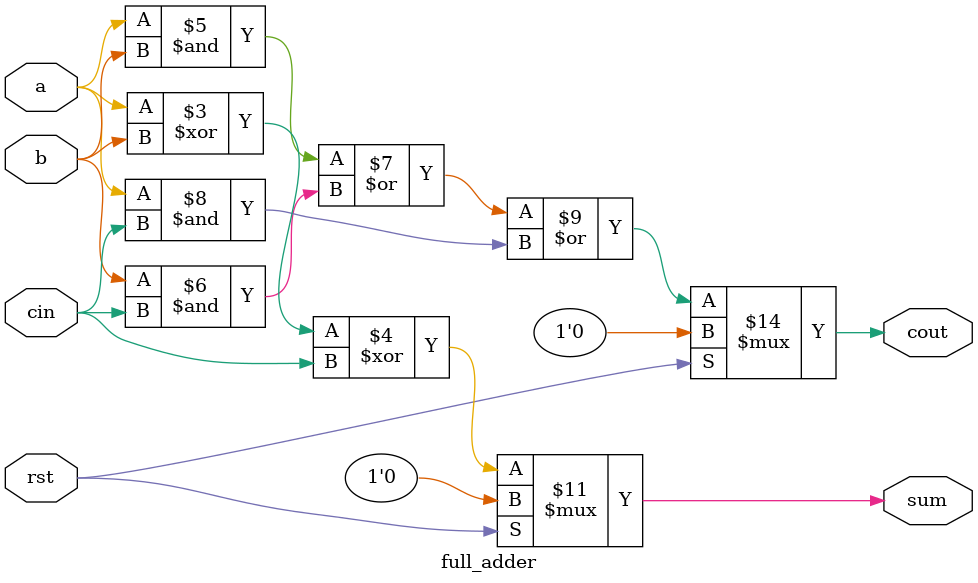
<source format=v>
`timescale 1ns / 1ps



//-------------------------to module for carry skip adder-------------------

module top_carry_skip_adder #(parameter N=16)(rst,a,b,cin,sum,cout_top);
input rst;
input [N-1:0]a,b;
input cin;
output [N-1:0]sum;
output cout_top;
//output [N*4-1:0]Cp;

wire [N:0] carry_top;

assign carry_top[0]=cin;

genvar i;
    generate 
       for(i=0; i<N/4; i=i+1)
        begin
            
            carry_skip_adder dut_1(.rst(rst),.a(a[((i+1)*4)-1:i*4]),.b(b[((i+1)*4)-1:i*4]),.cin(carry_top[i]),.sum(sum[((i+1)*4)-1:i*4]),.cout(carry_top[i+1]));
 
        end
    endgenerate
    
assign cout_top=carry_top[N];

endmodule
//---------------------------------------------------carry_skip_adder main -------------------------------
module carry_skip_adder(rst,a,b,cin,sum,cout);

input rst;
input [3:0]a,b;
input cin;
output [3:0]sum;
output cout;

wire [3:0]Cp;
wire [3:0] carry_in;
wire and_4;

assign Cp=a^b;
assign and_4=Cp[3]&&Cp[2]&&Cp[1]&&Cp[0];
assign cout=and_4?cin:carry_in[3];

full_adder fa_0(.rst(rst),.a(a[0]),.b(b[0]),.cin(cin),.sum(sum[0]),.cout(carry_in[0]));
full_adder fa_1(.rst(rst),.a(a[1]),.b(b[1]),.cin(carry_in[0]),.sum(sum[1]),.cout(carry_in[1]));
full_adder fa_2(.rst(rst),.a(a[2]),.b(b[2]),.cin(carry_in[1]),.sum(sum[2]),.cout(carry_in[2]));
full_adder fa_3(.rst(rst),.a(a[3]),.b(b[3]),.cin(carry_in[2]),.sum(sum[3]),.cout(carry_in[3]));

endmodule

//---------------------------------------------- Full Adder module ----------------------------------------
module full_adder(rst,a,b,cin,sum,cout);
input rst;
input a,b,cin;
output reg sum,cout;

always @(*)
    begin
        if(rst==1)
          {sum,cout}<=0;
        else  
            begin
                sum<=a^b^cin;
                cout<=((a&b)|(b&cin)|(a&cin));
            end
    end
endmodule

</source>
